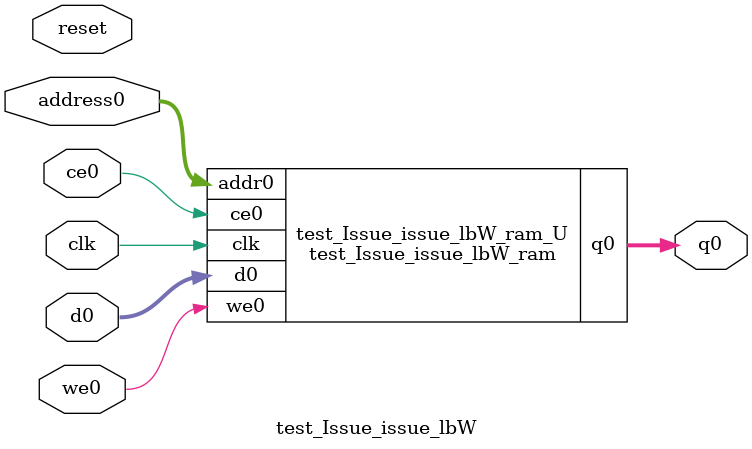
<source format=v>

`timescale 1 ns / 1 ps
module test_Issue_issue_lbW_ram (addr0, ce0, d0, we0, q0,  clk);

parameter DWIDTH = 5;
parameter AWIDTH = 3;
parameter MEM_SIZE = 5;

input[AWIDTH-1:0] addr0;
input ce0;
input[DWIDTH-1:0] d0;
input we0;
output reg[DWIDTH-1:0] q0;
input clk;

(* ram_style = "distributed" *)reg [DWIDTH-1:0] ram[0:MEM_SIZE-1];




always @(posedge clk)  
begin 
    if (ce0) 
    begin
        if (we0) 
        begin 
            ram[addr0] <= d0; 
            q0 <= d0;
        end 
        else 
            q0 <= ram[addr0];
    end
end


endmodule


`timescale 1 ns / 1 ps
module test_Issue_issue_lbW(
    reset,
    clk,
    address0,
    ce0,
    we0,
    d0,
    q0);

parameter DataWidth = 32'd5;
parameter AddressRange = 32'd5;
parameter AddressWidth = 32'd3;
input reset;
input clk;
input[AddressWidth - 1:0] address0;
input ce0;
input we0;
input[DataWidth - 1:0] d0;
output[DataWidth - 1:0] q0;



test_Issue_issue_lbW_ram test_Issue_issue_lbW_ram_U(
    .clk( clk ),
    .addr0( address0 ),
    .ce0( ce0 ),
    .we0( we0 ),
    .d0( d0 ),
    .q0( q0 ));

endmodule


</source>
